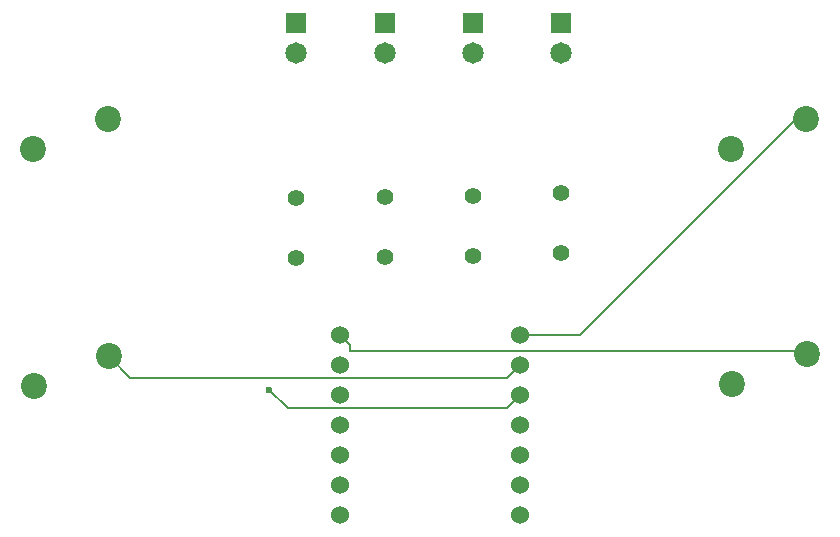
<source format=gbr>
%TF.GenerationSoftware,KiCad,Pcbnew,9.0.2*%
%TF.CreationDate,2025-07-29T19:40:39-04:00*%
%TF.ProjectId,LaunchPad_V2,4c61756e-6368-4506-9164-5f56322e6b69,rev?*%
%TF.SameCoordinates,Original*%
%TF.FileFunction,Copper,L2,Bot*%
%TF.FilePolarity,Positive*%
%FSLAX46Y46*%
G04 Gerber Fmt 4.6, Leading zero omitted, Abs format (unit mm)*
G04 Created by KiCad (PCBNEW 9.0.2) date 2025-07-29 19:40:39*
%MOMM*%
%LPD*%
G01*
G04 APERTURE LIST*
%TA.AperFunction,ComponentPad*%
%ADD10C,1.400000*%
%TD*%
%TA.AperFunction,ComponentPad*%
%ADD11C,1.524000*%
%TD*%
%TA.AperFunction,ComponentPad*%
%ADD12C,1.815000*%
%TD*%
%TA.AperFunction,ComponentPad*%
%ADD13R,1.815000X1.815000*%
%TD*%
%TA.AperFunction,ComponentPad*%
%ADD14C,2.200000*%
%TD*%
%TA.AperFunction,ViaPad*%
%ADD15C,0.600000*%
%TD*%
%TA.AperFunction,Conductor*%
%ADD16C,0.200000*%
%TD*%
G04 APERTURE END LIST*
D10*
%TO.P,R3,1*%
%TO.N,Net-(D2-PadA)*%
X203795106Y-41000000D03*
%TO.P,R3,2*%
%TO.N,Net-(U1-GPIO27{slash}ADC1{slash}A1)*%
X203795106Y-46080000D03*
%TD*%
D11*
%TO.P,U1,14,VBUS*%
%TO.N,unconnected-(U1-VBUS-Pad14)*%
X192540000Y-67990000D03*
%TO.P,U1,13,GND*%
%TO.N,GND*%
X192540000Y-65450000D03*
%TO.P,U1,12,3V3*%
%TO.N,unconnected-(U1-3V3-Pad12)*%
X192540000Y-62910000D03*
%TO.P,U1,11,GPIO3/MOSI*%
%TO.N,unconnected-(U1-GPIO3{slash}MOSI-Pad11)*%
X192540000Y-60370000D03*
%TO.P,U1,10,GPIO4/MISO*%
%TO.N,unconnected-(U1-GPIO4{slash}MISO-Pad10)*%
X192540000Y-57830000D03*
%TO.P,U1,9,GPIO2/SCK*%
%TO.N,unconnected-(U1-GPIO2{slash}SCK-Pad9)*%
X192540000Y-55290000D03*
%TO.P,U1,8,GPIO1/RX*%
%TO.N,Net-(U1-GPIO1{slash}RX)*%
X192540000Y-52750000D03*
%TO.P,U1,7,GPIO0/TX*%
%TO.N,Net-(U1-GPIO0{slash}TX)*%
X207780000Y-52750000D03*
%TO.P,U1,6,GPIO7/SCL*%
%TO.N,Net-(U1-GPIO7{slash}SCL)*%
X207780000Y-55290000D03*
%TO.P,U1,5,GPIO6/SDA*%
%TO.N,Net-(U1-GPIO6{slash}SDA)*%
X207780000Y-57830000D03*
%TO.P,U1,4,GPIO29/ADC3/A3*%
%TO.N,Net-(U1-GPIO29{slash}ADC3{slash}A3)*%
X207780000Y-60370000D03*
%TO.P,U1,3,GPIO28/ADC2/A2*%
%TO.N,Net-(U1-GPIO28{slash}ADC2{slash}A2)*%
X207780000Y-62910000D03*
%TO.P,U1,2,GPIO27/ADC1/A1*%
%TO.N,Net-(U1-GPIO27{slash}ADC1{slash}A1)*%
X207780000Y-65450000D03*
%TO.P,U1,1,GPIO26/ADC0/A0*%
%TO.N,Net-(U1-GPIO26{slash}ADC0{slash}A0)*%
X207780000Y-67990000D03*
%TD*%
D12*
%TO.P,D5,A*%
%TO.N,Net-(D5-PadA)*%
X188864894Y-28860000D03*
D13*
%TO.P,D5,C*%
%TO.N,GND*%
X188864894Y-26320000D03*
%TD*%
D14*
%TO.P,SW4,1,1*%
%TO.N,Net-(U1-GPIO1{slash}RX)*%
X232120000Y-54310000D03*
%TO.P,SW4,2,2*%
%TO.N,GND*%
X225770000Y-56850000D03*
%TD*%
%TO.P,SW1,1,1*%
%TO.N,Net-(U1-GPIO6{slash}SDA)*%
X172920000Y-34480000D03*
%TO.P,SW1,2,2*%
%TO.N,GND*%
X166570000Y-37020000D03*
%TD*%
D12*
%TO.P,D2,A*%
%TO.N,Net-(D2-PadA)*%
X203795106Y-28860000D03*
D13*
%TO.P,D2,C*%
%TO.N,GND*%
X203795106Y-26320000D03*
%TD*%
D10*
%TO.P,R2,2*%
%TO.N,Net-(U1-GPIO26{slash}ADC0{slash}A0)*%
X211260212Y-45770000D03*
%TO.P,R2,1*%
%TO.N,Net-(D1-PadA)*%
X211260212Y-40690000D03*
%TD*%
D12*
%TO.P,D1,A*%
%TO.N,Net-(D1-PadA)*%
X211260212Y-28860000D03*
D13*
%TO.P,D1,C*%
%TO.N,GND*%
X211260212Y-26320000D03*
%TD*%
D14*
%TO.P,SW3,1,1*%
%TO.N,Net-(U1-GPIO0{slash}TX)*%
X232020000Y-34430000D03*
%TO.P,SW3,2,2*%
%TO.N,GND*%
X225670000Y-36970000D03*
%TD*%
D12*
%TO.P,D3,A*%
%TO.N,Net-(D3-PadA)*%
X196330000Y-28860000D03*
D13*
%TO.P,D3,C*%
%TO.N,GND*%
X196330000Y-26320000D03*
%TD*%
D10*
%TO.P,R4,2*%
%TO.N,Net-(U1-GPIO28{slash}ADC2{slash}A2)*%
X196330000Y-46120000D03*
%TO.P,R4,1*%
%TO.N,Net-(D3-PadA)*%
X196330000Y-41040000D03*
%TD*%
%TO.P,R1,2*%
%TO.N,Net-(U1-GPIO29{slash}ADC3{slash}A3)*%
X188864894Y-46180000D03*
%TO.P,R1,1*%
%TO.N,Net-(D5-PadA)*%
X188864894Y-41100000D03*
%TD*%
D14*
%TO.P,SW2,1,1*%
%TO.N,Net-(U1-GPIO7{slash}SCL)*%
X172970000Y-54510000D03*
%TO.P,SW2,2,2*%
%TO.N,GND*%
X166620000Y-57050000D03*
%TD*%
D15*
%TO.N,Net-(U1-GPIO6{slash}SDA)*%
X186530000Y-57350000D03*
%TD*%
D16*
%TO.N,Net-(U1-GPIO0{slash}TX)*%
X212858470Y-52750000D02*
X207780000Y-52750000D01*
X231178470Y-34430000D02*
X212858470Y-52750000D01*
X232020000Y-34430000D02*
X231178470Y-34430000D01*
%TO.N,Net-(U1-GPIO6{slash}SDA)*%
X188120000Y-58940000D02*
X186530000Y-57350000D01*
X206670000Y-58940000D02*
X188120000Y-58940000D01*
X207780000Y-57830000D02*
X206670000Y-58940000D01*
%TO.N,Net-(U1-GPIO7{slash}SCL)*%
X174813000Y-56353000D02*
X206717000Y-56353000D01*
X206717000Y-56353000D02*
X207780000Y-55290000D01*
X172970000Y-54510000D02*
X174813000Y-56353000D01*
%TO.N,Net-(U1-GPIO1{slash}RX)*%
X193390000Y-54120000D02*
X193390000Y-53600000D01*
X193390000Y-53600000D02*
X192540000Y-52750000D01*
X231930000Y-54120000D02*
X193390000Y-54120000D01*
X232120000Y-54310000D02*
X231930000Y-54120000D01*
%TD*%
M02*

</source>
